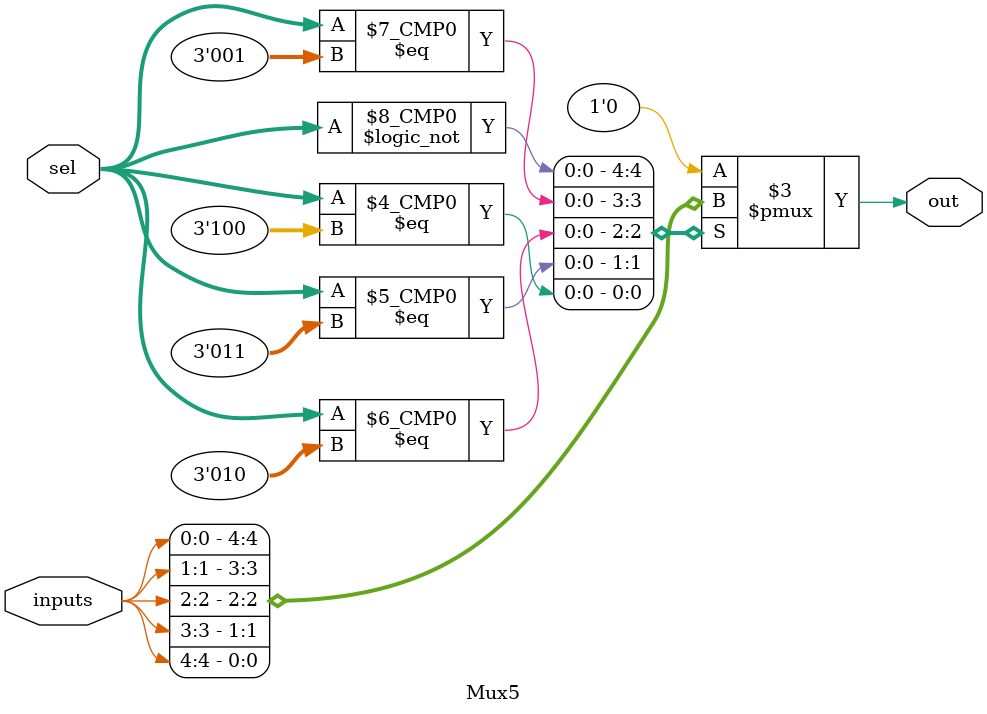
<source format=v>

module Mux5(
    input [4:0] inputs,
    input [2:0] sel,
    output reg out
    );

    always @(*) begin
        case (sel)
            3'b000:
                out = inputs[0];
            3'b001:
                out = inputs[1];
            3'b010:
                out = inputs[2];
            3'b011:
                out = inputs[3];
            3'b100:
                out = inputs[4];
            default:
                out = 1'b0;
        endcase
    end

endmodule
</source>
